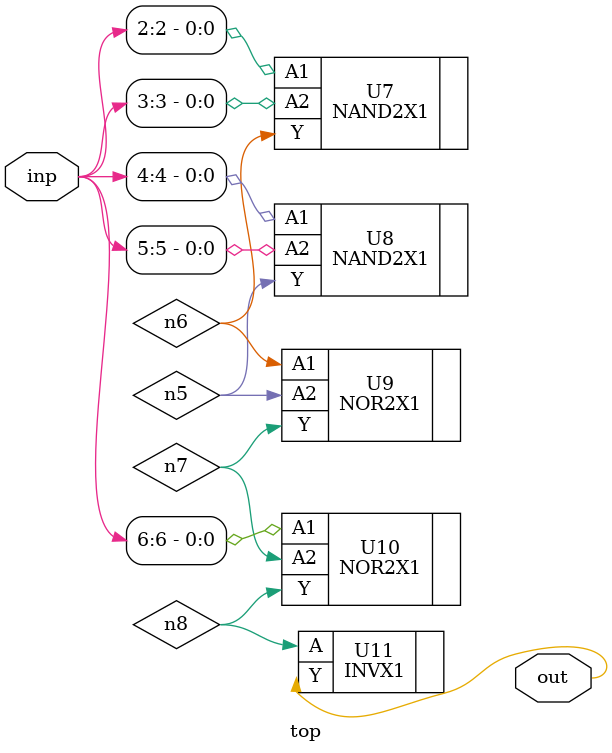
<source format=sv>


module top ( inp, out );
  input [6:0] inp;
  output out;
  wire   n5, n6, n7, n8;

  NAND2X1 U7 ( .A1(inp[2]), .A2(inp[3]), .Y(n6) );
  NAND2X1 U8 ( .A1(inp[4]), .A2(inp[5]), .Y(n5) );
  NOR2X1 U9 ( .A1(n6), .A2(n5), .Y(n7) );
  NOR2X1 U10 ( .A1(inp[6]), .A2(n7), .Y(n8) );
  INVX1 U11 ( .A(n8), .Y(out) );
endmodule


</source>
